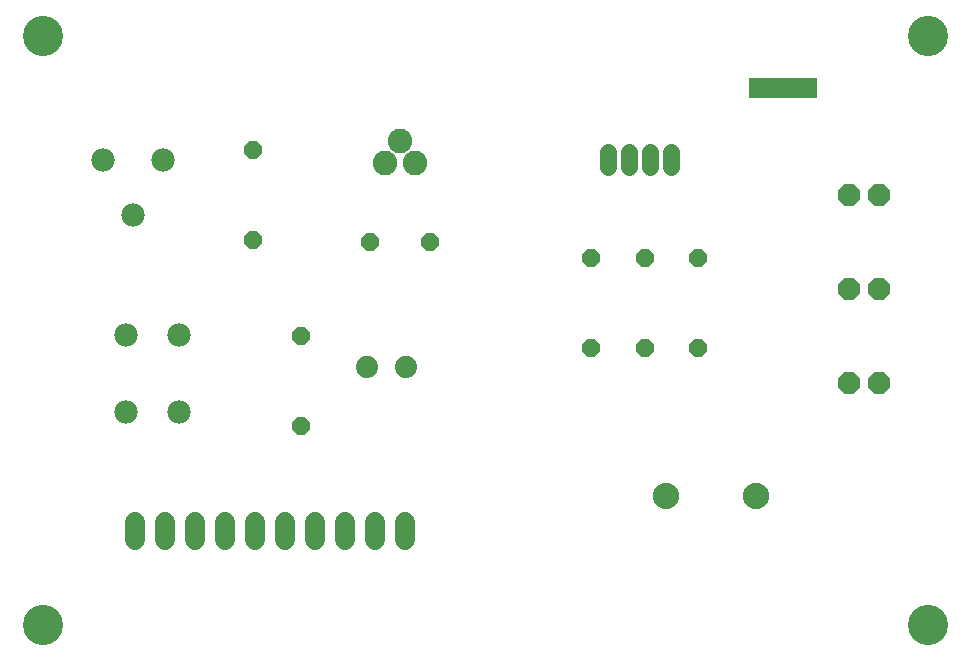
<source format=gbs>
G75*
G70*
%OFA0B0*%
%FSLAX24Y24*%
%IPPOS*%
%LPD*%
%AMOC8*
5,1,8,0,0,1.08239X$1,22.5*
%
%ADD10C,0.1340*%
%ADD11R,0.2283X0.0669*%
%ADD12C,0.0680*%
%ADD13OC8,0.0600*%
%ADD14C,0.0740*%
%ADD15C,0.0780*%
%ADD16C,0.0880*%
%ADD17C,0.0820*%
%ADD18OC8,0.0740*%
%ADD19C,0.0580*%
D10*
X001260Y001260D03*
X001260Y020914D03*
X030756Y020914D03*
X030768Y001260D03*
D11*
X025910Y019158D03*
D12*
X013305Y004684D02*
X013305Y004084D01*
X012305Y004084D02*
X012305Y004684D01*
X011305Y004684D02*
X011305Y004084D01*
X010305Y004084D02*
X010305Y004684D01*
X009305Y004684D02*
X009305Y004084D01*
X008305Y004084D02*
X008305Y004684D01*
X007305Y004684D02*
X007305Y004084D01*
X006305Y004084D02*
X006305Y004684D01*
X005305Y004684D02*
X005305Y004084D01*
X004305Y004084D02*
X004305Y004684D01*
D13*
X009866Y007914D03*
X009866Y010914D03*
X008262Y014109D03*
X012154Y014016D03*
X014154Y014016D03*
X019524Y013488D03*
X021311Y013488D03*
X023099Y013488D03*
X023099Y010488D03*
X021311Y010488D03*
X019524Y010488D03*
X008262Y017109D03*
D14*
X012051Y009870D03*
X013351Y009870D03*
D15*
X005796Y010932D03*
X004024Y010932D03*
X004024Y008373D03*
X005796Y008373D03*
X004260Y014940D03*
X003260Y016760D03*
X005260Y016760D03*
D16*
X022016Y005579D03*
X025016Y005579D03*
D17*
X013654Y016654D03*
X013154Y017404D03*
X012654Y016654D03*
D18*
X028106Y015614D03*
X029106Y015614D03*
X029106Y012465D03*
X028106Y012465D03*
X028106Y009315D03*
X029106Y009315D03*
D19*
X022176Y016545D02*
X022176Y017045D01*
X021476Y017045D02*
X021476Y016545D01*
X020776Y016545D02*
X020776Y017045D01*
X020076Y017045D02*
X020076Y016545D01*
M02*

</source>
